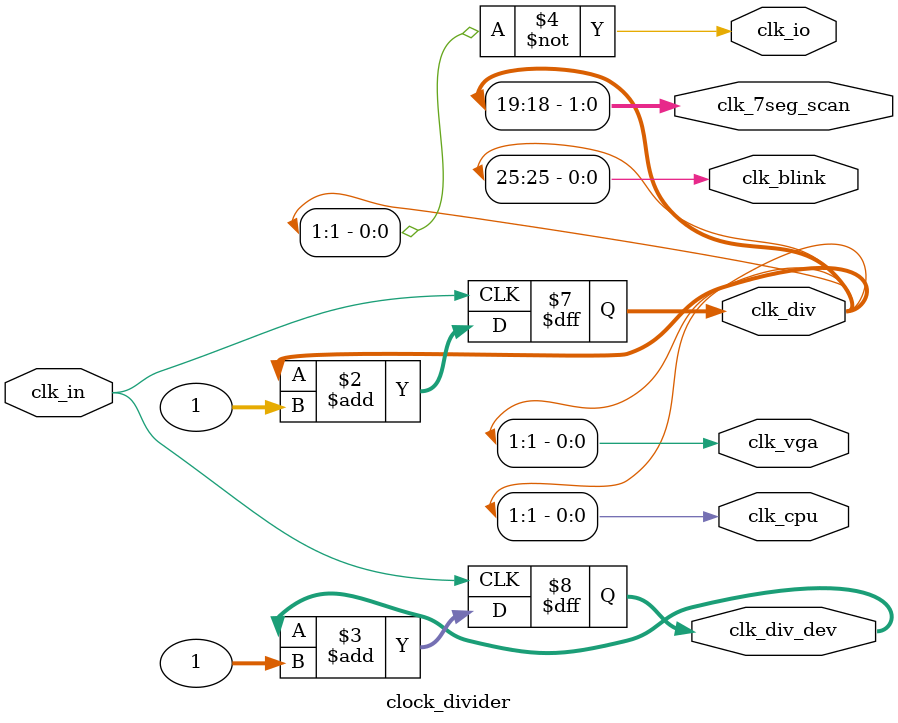
<source format=v>
`timescale 1ns / 1ps
module clock_divider(
	input 	wire 	clk_in,
	output 	wire 	clk_cpu,
	output 	wire 	clk_io,
	output 	wire 	clk_vga,
	output	wire	clk_blink,
	output   wire  [1:0]clk_7seg_scan,
	output 	reg [31:0]clk_div = 0,
	output 	reg [31:0]clk_div_dev = 0
	);
	
//	reg [31:0]clk_div = 0;
	 
	always @(posedge clk_in) begin
		clk_div <= clk_div + 1;
		clk_div_dev <= clk_div_dev + 1;
	end
		
	//OUTPUT Signals
//	assign clk_cpu = clk_in;
	assign clk_cpu = clk_div[1];	//50MHz, Note that 100MHz is not possible for this design
	assign clk_io 	= ~clk_cpu;
	assign clk_vga	= clk_div[1];	//25MHz
	assign clk_7seg_scan = clk_div[19:18];
	assign clk_blink = clk_div[25];
	 
endmodule

</source>
